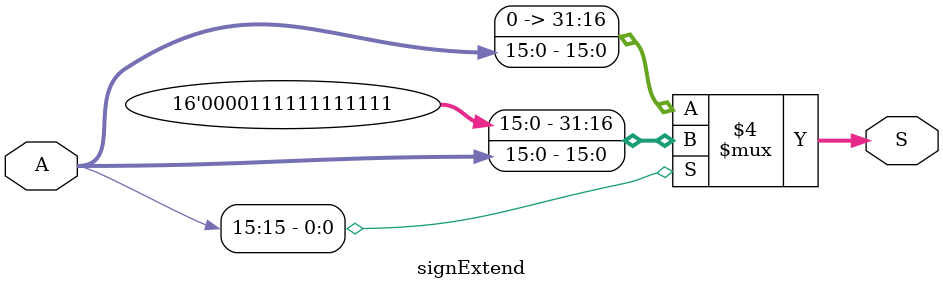
<source format=v>
`timescale 1ns/1ns

module signExtend(
	input [15:0] A,
	output reg [31:0] S
);

always @(*) begin
	if(A[15] == 1'b0) begin
		S = {16'b000000000000, A};
	end else begin
		S = {16'b111111111111, A};
	end
end

endmodule


</source>
